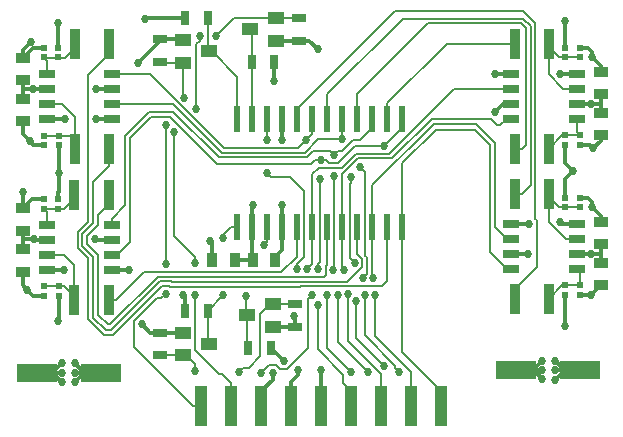
<source format=gbr>
G04 #@! TF.FileFunction,Copper,L1,Top,Signal*
%FSLAX46Y46*%
G04 Gerber Fmt 4.6, Leading zero omitted, Abs format (unit mm)*
G04 Created by KiCad (PCBNEW 4.0.4-stable) date 12/08/16 20:58:41*
%MOMM*%
%LPD*%
G01*
G04 APERTURE LIST*
%ADD10C,0.100000*%
%ADD11R,1.000000X3.500000*%
%ADD12R,3.500000X1.600000*%
%ADD13R,0.900000X2.500000*%
%ADD14R,1.300000X0.700000*%
%ADD15R,0.700000X1.300000*%
%ADD16R,1.400000X1.000000*%
%ADD17R,0.600000X0.550000*%
%ADD18R,0.600000X2.200000*%
%ADD19R,1.300000X0.900000*%
%ADD20R,0.900000X1.300000*%
%ADD21R,1.470000X0.650000*%
%ADD22C,0.690000*%
%ADD23C,0.300000*%
%ADD24C,0.200000*%
G04 APERTURE END LIST*
D10*
D11*
X86840000Y-115000000D03*
X89380000Y-115000000D03*
X91920000Y-115000000D03*
X94460000Y-115000000D03*
X97000000Y-115000000D03*
X99540000Y-115000000D03*
X102080000Y-115000000D03*
X104620000Y-115000000D03*
X107160000Y-115000000D03*
D12*
X113500000Y-112000000D03*
X118900000Y-112000000D03*
X78300000Y-112200000D03*
X72900000Y-112200000D03*
D13*
X78983268Y-106031844D03*
X76083268Y-106031844D03*
X78983268Y-97141844D03*
X76083268Y-97141844D03*
X79010434Y-93275944D03*
X76110434Y-93275944D03*
X79010434Y-84385944D03*
X76110434Y-84385944D03*
X113358000Y-84328000D03*
X116258000Y-84328000D03*
X113358000Y-93218000D03*
X116258000Y-93218000D03*
X113358000Y-97028000D03*
X116258000Y-97028000D03*
X113358000Y-105918000D03*
X116258000Y-105918000D03*
D14*
X95093654Y-84074874D03*
X95093654Y-82174874D03*
D15*
X92995654Y-85918874D03*
X91095654Y-85918874D03*
D14*
X83355647Y-83970559D03*
X83355647Y-85870559D03*
D15*
X85453647Y-82192559D03*
X87353647Y-82192559D03*
D14*
X94723444Y-108278058D03*
X94723444Y-106378058D03*
D15*
X92691444Y-110122058D03*
X90791444Y-110122058D03*
D14*
X83363467Y-108803357D03*
X83363467Y-110703357D03*
D15*
X85461467Y-106959357D03*
X87361467Y-106959357D03*
D16*
X93145654Y-84074874D03*
X93145654Y-82174874D03*
X90945654Y-83124874D03*
X85303647Y-84036559D03*
X85303647Y-85936559D03*
X87503647Y-84986559D03*
X92859444Y-108278058D03*
X92859444Y-106378058D03*
X90659444Y-107328058D03*
X85311467Y-108803357D03*
X85311467Y-110703357D03*
X87511467Y-109753357D03*
D17*
X118900000Y-104800000D03*
X118900000Y-105600000D03*
X118872000Y-98190000D03*
X118872000Y-97390000D03*
X118900000Y-92100000D03*
X118900000Y-92900000D03*
X118872000Y-85490000D03*
X118872000Y-84690000D03*
X117600000Y-105600000D03*
X117600000Y-104800000D03*
X117602000Y-97390000D03*
X117602000Y-98190000D03*
X117600000Y-92900000D03*
X117600000Y-92100000D03*
X117602000Y-84690000D03*
X117602000Y-85490000D03*
X73500000Y-85500000D03*
X73500000Y-84700000D03*
X73496434Y-92113944D03*
X73496434Y-92913944D03*
X73500000Y-98300000D03*
X73500000Y-97500000D03*
X73469268Y-104869844D03*
X73469268Y-105669844D03*
X74700000Y-84700000D03*
X74700000Y-85500000D03*
X74766434Y-92913944D03*
X74766434Y-92113944D03*
X74700000Y-97500000D03*
X74700000Y-98300000D03*
X74739268Y-105669844D03*
X74739268Y-104869844D03*
D18*
X89858000Y-90678000D03*
X89858000Y-99878000D03*
X91128000Y-90678000D03*
X91128000Y-99878000D03*
X92398000Y-90678000D03*
X92398000Y-99878000D03*
X93668000Y-90678000D03*
X93668000Y-99878000D03*
X94938000Y-90678000D03*
X94938000Y-99878000D03*
X96208000Y-90678000D03*
X96208000Y-99878000D03*
X97478000Y-90678000D03*
X97478000Y-99878000D03*
X98748000Y-90678000D03*
X98748000Y-99878000D03*
X100018000Y-90678000D03*
X100018000Y-99878000D03*
X101288000Y-90678000D03*
X101288000Y-99878000D03*
X102558000Y-90678000D03*
X102558000Y-99878000D03*
X103828000Y-90678000D03*
X103828000Y-99878000D03*
D19*
X120650000Y-102886000D03*
X120650000Y-104786000D03*
X120650000Y-101330000D03*
X120650000Y-99430000D03*
X120650000Y-90186000D03*
X120650000Y-92086000D03*
X120650000Y-88630000D03*
X120650000Y-86730000D03*
X71718434Y-87417944D03*
X71718434Y-85517944D03*
X71718434Y-88973944D03*
X71718434Y-90873944D03*
D20*
X89646000Y-102616000D03*
X87746000Y-102616000D03*
X91202000Y-102616000D03*
X93102000Y-102616000D03*
D19*
X71691268Y-100173844D03*
X71691268Y-98273844D03*
X71691268Y-101729844D03*
X71691268Y-103629844D03*
D21*
X113088000Y-99568000D03*
X113088000Y-100838000D03*
X113088000Y-102108000D03*
X113088000Y-103378000D03*
X118618000Y-103378000D03*
X118618000Y-102108000D03*
X118618000Y-100838000D03*
X118618000Y-99568000D03*
X113088000Y-86868000D03*
X113088000Y-88138000D03*
X113088000Y-89408000D03*
X113088000Y-90678000D03*
X118618000Y-90678000D03*
X118618000Y-89408000D03*
X118618000Y-88138000D03*
X118618000Y-86868000D03*
X79280434Y-90735944D03*
X79280434Y-89465944D03*
X79280434Y-88195944D03*
X79280434Y-86925944D03*
X73750434Y-86925944D03*
X73750434Y-88195944D03*
X73750434Y-89465944D03*
X73750434Y-90735944D03*
X79253268Y-103491844D03*
X79253268Y-102221844D03*
X79253268Y-100951844D03*
X79253268Y-99681844D03*
X73723268Y-99681844D03*
X73723268Y-100951844D03*
X73723268Y-102221844D03*
X73723268Y-103491844D03*
D22*
X76100000Y-112200000D03*
X76100000Y-113000000D03*
X76100000Y-111400000D03*
X93800000Y-111200000D03*
X85300000Y-105600000D03*
X91200000Y-98000000D03*
X93000000Y-87500000D03*
X82100000Y-82200000D03*
X77900000Y-90700000D03*
X74700000Y-82600000D03*
X74766434Y-95300000D03*
X74700000Y-107800000D03*
X72600000Y-88195944D03*
X75300000Y-90700000D03*
X80691844Y-103491844D03*
X75200000Y-103500000D03*
X72636424Y-100900000D03*
X97000000Y-112000000D03*
X115700000Y-112000000D03*
X115700000Y-112700000D03*
X115700000Y-111200000D03*
X111700000Y-86900000D03*
X117200000Y-86900000D03*
X117600000Y-82400000D03*
X119800000Y-89408000D03*
X118300000Y-95100000D03*
X114600000Y-99600000D03*
X117200000Y-99400000D03*
X119800000Y-102108000D03*
X117600000Y-108200000D03*
X94700000Y-107400000D03*
X81800000Y-108100000D03*
X96700000Y-84800000D03*
X81500000Y-86000000D03*
X92900000Y-112200000D03*
X88700000Y-105600000D03*
X88700000Y-100800000D03*
X90600000Y-105700000D03*
X92100000Y-101400000D03*
X116800000Y-112800000D03*
X116800000Y-111200000D03*
X116800000Y-112000000D03*
X75000000Y-113000000D03*
X75000000Y-111400000D03*
X75000000Y-112200000D03*
X111700000Y-90100000D03*
X119900000Y-85500000D03*
X120000000Y-93200000D03*
X114500000Y-102100000D03*
X119900000Y-98200000D03*
X119836000Y-105600000D03*
X87600000Y-101000000D03*
X93700000Y-98000000D03*
X93700000Y-92500000D03*
X77900000Y-88200000D03*
X72400000Y-84200000D03*
X72300000Y-92600000D03*
X71700000Y-96900000D03*
X72100000Y-105200000D03*
X77800000Y-100900000D03*
X95000000Y-112000000D03*
X83800000Y-91200000D03*
X83800000Y-103000000D03*
X83800000Y-105500000D03*
X85388941Y-88911059D03*
X88100000Y-83700000D03*
X86700000Y-83700000D03*
X86400000Y-89900000D03*
X84500000Y-91800000D03*
X86311468Y-102911468D03*
X86311468Y-105600000D03*
X96668361Y-106456809D03*
X95816130Y-103385256D03*
X99265969Y-105546923D03*
X98884213Y-103495954D03*
X101567913Y-105582652D03*
X101389950Y-104210472D03*
X99955864Y-106109210D03*
X102300000Y-111600000D03*
X99800000Y-102900000D03*
X99500000Y-95600000D03*
X95686000Y-92500000D03*
X100677923Y-105588873D03*
X98770332Y-92414373D03*
X100300000Y-94800000D03*
X100500000Y-104200000D03*
X103600000Y-112100000D03*
X98379952Y-105631158D03*
X97994216Y-103501216D03*
X98066414Y-93778596D03*
X98100000Y-95500000D03*
X100900000Y-112100000D03*
X97490012Y-105619856D03*
X96704205Y-103443935D03*
X99500000Y-112100000D03*
X96900000Y-95800000D03*
X96938795Y-94189290D03*
X102306000Y-93000000D03*
X91915679Y-112199509D03*
X96200000Y-105600000D03*
X94900000Y-103400000D03*
X92400000Y-95300000D03*
X92400000Y-92500000D03*
X90000000Y-112100000D03*
X86256091Y-112043909D03*
D23*
X78300000Y-112200000D02*
X76100000Y-112200000D01*
X76900000Y-112200000D02*
X76100000Y-113000000D01*
X78300000Y-112200000D02*
X76900000Y-112200000D01*
X76900000Y-112200000D02*
X76100000Y-111400000D01*
X92691444Y-110122058D02*
X92722058Y-110122058D01*
X92722058Y-110122058D02*
X93800000Y-111200000D01*
X85461467Y-106959357D02*
X85461467Y-105761467D01*
X85461467Y-105761467D02*
X85300000Y-105600000D01*
X91128000Y-99878000D02*
X91128000Y-102542000D01*
X91128000Y-102542000D02*
X91202000Y-102616000D01*
X89646000Y-102616000D02*
X91202000Y-102616000D01*
X91128000Y-99878000D02*
X91128000Y-98072000D01*
X91128000Y-98072000D02*
X91200000Y-98000000D01*
X92995654Y-85918874D02*
X92995654Y-87495654D01*
X92995654Y-87495654D02*
X93000000Y-87500000D01*
X85453647Y-82192559D02*
X82107441Y-82192559D01*
X82107441Y-82192559D02*
X82100000Y-82200000D01*
X79280434Y-90735944D02*
X77935944Y-90735944D01*
X77935944Y-90735944D02*
X77900000Y-90700000D01*
X74700000Y-84700000D02*
X74700000Y-82600000D01*
X74766434Y-95300000D02*
X74766434Y-93933566D01*
X74766434Y-96858566D02*
X74766434Y-95300000D01*
X74700000Y-97500000D02*
X74700000Y-96925000D01*
X74700000Y-96925000D02*
X74766434Y-96858566D01*
X74739268Y-105669844D02*
X74739268Y-107760732D01*
X74739268Y-107760732D02*
X74700000Y-107800000D01*
X74766434Y-92913944D02*
X74766434Y-93933566D01*
X72600000Y-88195944D02*
X71722490Y-88195944D01*
X73750434Y-88195944D02*
X72600000Y-88195944D01*
X71718434Y-87417944D02*
X71718434Y-88200000D01*
X71718434Y-88200000D02*
X71718434Y-88973944D01*
X71722490Y-88195944D02*
X71718434Y-88200000D01*
X73750434Y-90735944D02*
X75264056Y-90735944D01*
X75264056Y-90735944D02*
X75300000Y-90700000D01*
X79253268Y-103491844D02*
X80691844Y-103491844D01*
X73723268Y-103491844D02*
X75191844Y-103491844D01*
X75191844Y-103491844D02*
X75200000Y-103500000D01*
X73723268Y-100951844D02*
X72688268Y-100951844D01*
X72688268Y-100951844D02*
X72636424Y-100900000D01*
X71691268Y-100173844D02*
X71691268Y-100900000D01*
X72636424Y-100900000D02*
X71691268Y-100900000D01*
X71691268Y-100900000D02*
X71691268Y-101729844D01*
X97000000Y-115000000D02*
X97000000Y-112000000D01*
X113500000Y-112000000D02*
X115700000Y-112000000D01*
X113500000Y-112000000D02*
X115000000Y-112000000D01*
X115000000Y-112000000D02*
X115700000Y-112700000D01*
X113500000Y-112000000D02*
X114900000Y-112000000D01*
X114900000Y-112000000D02*
X115700000Y-111200000D01*
X113088000Y-86868000D02*
X111732000Y-86868000D01*
X111732000Y-86868000D02*
X111700000Y-86900000D01*
X118618000Y-86868000D02*
X117232000Y-86868000D01*
X117232000Y-86868000D02*
X117200000Y-86900000D01*
X117602000Y-84690000D02*
X117602000Y-82402000D01*
X117602000Y-82402000D02*
X117600000Y-82400000D01*
X118618000Y-89408000D02*
X119800000Y-89408000D01*
X120650000Y-89400000D02*
X119808000Y-89400000D01*
X119808000Y-89400000D02*
X119800000Y-89408000D01*
X120650000Y-90186000D02*
X120650000Y-89400000D01*
X120650000Y-89400000D02*
X120650000Y-88630000D01*
X117602000Y-97390000D02*
X117602000Y-95798000D01*
X117602000Y-95798000D02*
X118300000Y-95100000D01*
X117600000Y-92900000D02*
X117600000Y-94400000D01*
X117600000Y-94400000D02*
X118300000Y-95100000D01*
X113088000Y-99568000D02*
X114568000Y-99568000D01*
X114568000Y-99568000D02*
X114600000Y-99600000D01*
X118618000Y-99568000D02*
X117368000Y-99568000D01*
X117368000Y-99568000D02*
X117200000Y-99400000D01*
X118618000Y-102108000D02*
X119800000Y-102108000D01*
X119808000Y-102100000D02*
X119800000Y-102108000D01*
X120650000Y-102100000D02*
X119808000Y-102100000D01*
X120650000Y-101330000D02*
X120650000Y-102100000D01*
X120650000Y-102100000D02*
X120650000Y-102886000D01*
X117600000Y-105600000D02*
X117600000Y-108200000D01*
X94723444Y-108278058D02*
X94723444Y-107423444D01*
X94723444Y-107423444D02*
X94700000Y-107400000D01*
X83363467Y-108803357D02*
X82503357Y-108803357D01*
X82503357Y-108803357D02*
X81800000Y-108100000D01*
X92859444Y-108278058D02*
X94723444Y-108278058D01*
X83363467Y-108803357D02*
X85311467Y-108803357D01*
X95093654Y-84074874D02*
X95974874Y-84074874D01*
X95974874Y-84074874D02*
X96700000Y-84800000D01*
X93145654Y-84074874D02*
X95093654Y-84074874D01*
X83355647Y-83970559D02*
X83355647Y-84144353D01*
X83355647Y-84144353D02*
X81500000Y-86000000D01*
X83355647Y-83970559D02*
X85237647Y-83970559D01*
X85237647Y-83970559D02*
X85303647Y-84036559D01*
X91920000Y-115000000D02*
X91920000Y-113750000D01*
X92900000Y-112770000D02*
X92900000Y-112200000D01*
X91920000Y-113750000D02*
X92900000Y-112770000D01*
D24*
X75221844Y-102221844D02*
X76083268Y-103083268D01*
X76083268Y-103083268D02*
X76083268Y-106031844D01*
X73723268Y-102221844D02*
X75221844Y-102221844D01*
X74739268Y-104869844D02*
X75239268Y-104869844D01*
X75239268Y-104869844D02*
X76083268Y-105713844D01*
X76083268Y-105713844D02*
X76083268Y-106031844D01*
X73469268Y-104869844D02*
X74739268Y-104869844D01*
X74739268Y-98303844D02*
X75239268Y-98303844D01*
X75239268Y-98303844D02*
X76083268Y-97459844D01*
X76083268Y-97459844D02*
X76083268Y-97141844D01*
X73469268Y-98303844D02*
X74739268Y-98303844D01*
X73723268Y-99681844D02*
X73723268Y-98557844D01*
X73723268Y-98557844D02*
X73469268Y-98303844D01*
X76110434Y-91825944D02*
X76110434Y-93275944D01*
X76110434Y-90555830D02*
X76110434Y-91825944D01*
X75020548Y-89465944D02*
X76110434Y-90555830D01*
X73750434Y-89465944D02*
X75020548Y-89465944D01*
X74766434Y-92113944D02*
X73496434Y-92113944D01*
X76110434Y-93275944D02*
X76110434Y-92475944D01*
X76110434Y-92475944D02*
X75748434Y-92113944D01*
X75748434Y-92113944D02*
X75266434Y-92113944D01*
X75266434Y-92113944D02*
X74766434Y-92113944D01*
X74766434Y-85547944D02*
X75266434Y-85547944D01*
X75266434Y-85547944D02*
X76110434Y-84703944D01*
X76110434Y-84703944D02*
X76110434Y-84385944D01*
X73496434Y-85547944D02*
X74766434Y-85547944D01*
X73750434Y-86925944D02*
X73750434Y-85801944D01*
X73750434Y-85801944D02*
X73496434Y-85547944D01*
X116258000Y-85778000D02*
X116258000Y-84328000D01*
X117483396Y-88138000D02*
X116258000Y-86912604D01*
X116258000Y-86912604D02*
X116258000Y-85778000D01*
X118618000Y-88138000D02*
X117483396Y-88138000D01*
X117602000Y-85490000D02*
X117102000Y-85490000D01*
X117102000Y-85490000D02*
X116258000Y-84646000D01*
X116258000Y-84646000D02*
X116258000Y-84328000D01*
X118872000Y-85490000D02*
X117602000Y-85490000D01*
X117600000Y-92100000D02*
X117376000Y-92100000D01*
X117376000Y-92100000D02*
X116258000Y-93218000D01*
X118900000Y-92100000D02*
X117600000Y-92100000D01*
X118618000Y-90678000D02*
X118618000Y-91818000D01*
X118618000Y-91818000D02*
X118900000Y-92100000D01*
X118618000Y-100838000D02*
X117683000Y-100838000D01*
X117683000Y-100838000D02*
X116258000Y-99413000D01*
X116258000Y-99413000D02*
X116258000Y-98478000D01*
X116258000Y-98478000D02*
X116258000Y-97028000D01*
X117602000Y-98190000D02*
X117102000Y-98190000D01*
X117102000Y-98190000D02*
X116258000Y-97346000D01*
X116258000Y-97346000D02*
X116258000Y-97028000D01*
X118872000Y-98190000D02*
X117602000Y-98190000D01*
X117600000Y-104800000D02*
X117376000Y-104800000D01*
X117376000Y-104800000D02*
X116258000Y-105918000D01*
X118900000Y-104800000D02*
X117600000Y-104800000D01*
X118900000Y-104800000D02*
X118900000Y-103660000D01*
X118900000Y-103660000D02*
X118618000Y-103378000D01*
X87361467Y-106959357D02*
X87361467Y-109603357D01*
X87361467Y-109603357D02*
X87511467Y-109753357D01*
X88700000Y-105600000D02*
X88700000Y-105620824D01*
X88700000Y-105620824D02*
X87361467Y-106959357D01*
X88700000Y-100536000D02*
X88700000Y-100800000D01*
X89858000Y-99878000D02*
X89358000Y-99878000D01*
X89358000Y-99878000D02*
X88700000Y-100536000D01*
X90659444Y-107328058D02*
X90659444Y-109990058D01*
X90659444Y-109990058D02*
X90791444Y-110122058D01*
X90600000Y-105700000D02*
X90600000Y-107268614D01*
X90600000Y-107268614D02*
X90659444Y-107328058D01*
X92398000Y-99878000D02*
X92398000Y-101102000D01*
X92398000Y-101102000D02*
X92100000Y-101400000D01*
X87353647Y-82192559D02*
X87353647Y-84836559D01*
X87353647Y-84836559D02*
X87503647Y-84986559D01*
X89858000Y-90678000D02*
X89858000Y-87140912D01*
X89858000Y-87140912D02*
X87703647Y-84986559D01*
X87703647Y-84986559D02*
X87503647Y-84986559D01*
X91095654Y-85918874D02*
X91095654Y-83274874D01*
X91095654Y-83274874D02*
X90945654Y-83124874D01*
X91128000Y-90678000D02*
X91128000Y-85951220D01*
X91128000Y-85951220D02*
X91095654Y-85918874D01*
X82010147Y-103654965D02*
X79633268Y-106031844D01*
X84651671Y-103699967D02*
X84606669Y-103654965D01*
X93600033Y-103699967D02*
X84651671Y-103699967D01*
X84606669Y-103654965D02*
X82010147Y-103654965D01*
X94938000Y-99878000D02*
X94938000Y-102362000D01*
X94938000Y-102362000D02*
X93600033Y-103699967D01*
X79633268Y-106031844D02*
X78983268Y-106031844D01*
X78100011Y-107300011D02*
X78100011Y-102254615D01*
X78900000Y-108100000D02*
X78100011Y-107300011D01*
X77154998Y-100590398D02*
X78100011Y-99645385D01*
X78100011Y-102254615D02*
X77154998Y-101309602D01*
X97349215Y-103191615D02*
X97349215Y-103950785D01*
X97211055Y-104088945D02*
X94823581Y-104088945D01*
X84485982Y-104099978D02*
X84440980Y-104054976D01*
X97478000Y-99878000D02*
X97478000Y-103062830D01*
X78100011Y-98825101D02*
X78983268Y-97941844D01*
X83159020Y-104054976D02*
X79113996Y-108100000D01*
X97478000Y-103062830D02*
X97349215Y-103191615D01*
X79113996Y-108100000D02*
X78900000Y-108100000D01*
X78983268Y-97941844D02*
X78983268Y-97141844D01*
X94823581Y-104088945D02*
X94812548Y-104099978D01*
X97349215Y-103950785D02*
X97211055Y-104088945D01*
X77154998Y-101309602D02*
X77154998Y-100590398D01*
X94812548Y-104099978D02*
X84485982Y-104099978D01*
X78100011Y-99645385D02*
X78100011Y-98825101D01*
X84440980Y-104054976D02*
X83159020Y-104054976D01*
X78745722Y-108600000D02*
X77700000Y-107554278D01*
X100018000Y-102163396D02*
X100445002Y-102590398D01*
X83324709Y-104454987D02*
X79179696Y-108600000D01*
X94978237Y-104499989D02*
X84320293Y-104499989D01*
X94989270Y-104488956D02*
X94978237Y-104499989D01*
X77700000Y-99479696D02*
X77700000Y-96036378D01*
X79179696Y-108600000D02*
X78745722Y-108600000D01*
X100018000Y-99878000D02*
X100018000Y-102163396D01*
X99156442Y-104488956D02*
X94989270Y-104488956D01*
X84320293Y-104499989D02*
X84275291Y-104454987D01*
X84275291Y-104454987D02*
X83324709Y-104454987D01*
X76754987Y-100424709D02*
X77700000Y-99479696D01*
X77700000Y-96036378D02*
X79010434Y-94725944D01*
X100445002Y-102590398D02*
X100445002Y-103200396D01*
X100445002Y-103200396D02*
X99156442Y-104488956D01*
X77700000Y-102420304D02*
X76754987Y-101475291D01*
X76754987Y-101475291D02*
X76754987Y-100424709D01*
X79010434Y-94725944D02*
X79010434Y-93275944D01*
X77700000Y-107554278D02*
X77700000Y-102420304D01*
X95143926Y-104900000D02*
X84154604Y-104900000D01*
X95154959Y-104888967D02*
X95143926Y-104900000D01*
X77200000Y-102486004D02*
X76354976Y-101640980D01*
X102558000Y-104442000D02*
X102111033Y-104888967D01*
X77200000Y-99413996D02*
X77200000Y-86996378D01*
X78580033Y-109000011D02*
X77200000Y-107619978D01*
X83490398Y-104854998D02*
X79345385Y-109000011D01*
X77200000Y-107619978D02*
X77200000Y-102486004D01*
X79010434Y-85185944D02*
X79010434Y-84385944D01*
X84154604Y-104900000D02*
X84109602Y-104854998D01*
X102111033Y-104888967D02*
X95154959Y-104888967D01*
X102558000Y-99878000D02*
X102558000Y-104442000D01*
X79345385Y-109000011D02*
X78580033Y-109000011D01*
X76354976Y-101640980D02*
X76354976Y-100259020D01*
X76354976Y-100259020D02*
X77200000Y-99413996D01*
X84109602Y-104854998D02*
X83490398Y-104854998D01*
X77200000Y-86996378D02*
X79010434Y-85185944D01*
X102558000Y-90678000D02*
X102558000Y-89378000D01*
X102558000Y-89378000D02*
X107608000Y-84328000D01*
X107608000Y-84328000D02*
X113358000Y-84328000D01*
X106000000Y-82600000D02*
X100018000Y-88582000D01*
X100018000Y-88582000D02*
X100018000Y-90678000D01*
X113870002Y-82600000D02*
X106000000Y-82600000D01*
X114300000Y-92926000D02*
X114300000Y-83029998D01*
X114300000Y-83029998D02*
X113870002Y-82600000D01*
X113358000Y-93218000D02*
X114008000Y-93218000D01*
X114008000Y-93218000D02*
X114300000Y-92926000D01*
X103900000Y-82200000D02*
X97478000Y-88622000D01*
X97478000Y-88622000D02*
X97478000Y-90678000D01*
X114100000Y-82200000D02*
X103900000Y-82200000D01*
X114700000Y-82800000D02*
X114100000Y-82200000D01*
X114700000Y-96336000D02*
X114700000Y-82800000D01*
X113358000Y-97028000D02*
X114008000Y-97028000D01*
X114008000Y-97028000D02*
X114700000Y-96336000D01*
X94938000Y-89878000D02*
X94938000Y-90678000D01*
X114100000Y-81600000D02*
X103216000Y-81600000D01*
X115100000Y-82600000D02*
X114100000Y-81600000D01*
X115245002Y-103230998D02*
X115245002Y-99290398D01*
X115100000Y-99145396D02*
X115100000Y-82600000D01*
X115245002Y-99290398D02*
X115100000Y-99145396D01*
X113358000Y-105118000D02*
X115245002Y-103230998D01*
X113358000Y-105918000D02*
X113358000Y-105118000D01*
X103216000Y-81600000D02*
X94938000Y-89878000D01*
D23*
X117600000Y-112000000D02*
X116800000Y-112800000D01*
X118900000Y-112000000D02*
X117600000Y-112000000D01*
X117600000Y-112000000D02*
X116800000Y-111200000D01*
X118900000Y-112000000D02*
X116800000Y-112000000D01*
X74200000Y-112200000D02*
X75000000Y-113000000D01*
X72900000Y-112200000D02*
X74200000Y-112200000D01*
X74200000Y-112200000D02*
X75000000Y-111400000D01*
X72900000Y-112200000D02*
X75000000Y-112200000D01*
X112392000Y-89408000D02*
X111700000Y-90100000D01*
X113088000Y-89408000D02*
X112392000Y-89408000D01*
X118872000Y-84690000D02*
X119577903Y-84690000D01*
X119577903Y-84690000D02*
X119900000Y-85012097D01*
X119900000Y-85012097D02*
X119900000Y-85500000D01*
X120650000Y-86730000D02*
X120650000Y-86250000D01*
X120650000Y-86250000D02*
X119900000Y-85500000D01*
X119000000Y-92900000D02*
X119500000Y-92900000D01*
X119500000Y-92900000D02*
X119700000Y-92900000D01*
X118900000Y-92900000D02*
X119500000Y-92900000D01*
X119700000Y-92900000D02*
X120000000Y-93200000D01*
X120650000Y-92086000D02*
X120650000Y-92550000D01*
X120650000Y-92550000D02*
X120000000Y-93200000D01*
X113088000Y-102108000D02*
X114492000Y-102108000D01*
X114492000Y-102108000D02*
X114500000Y-102100000D01*
X118872000Y-97390000D02*
X119577903Y-97390000D01*
X119577903Y-97390000D02*
X119900000Y-97712097D01*
X119900000Y-97712097D02*
X119900000Y-98200000D01*
X120650000Y-99430000D02*
X120650000Y-98950000D01*
X120650000Y-98950000D02*
X119900000Y-98200000D01*
X120650000Y-104786000D02*
X119836000Y-105600000D01*
X119836000Y-105600000D02*
X118900000Y-105600000D01*
X87746000Y-102616000D02*
X87746000Y-101146000D01*
X87746000Y-101146000D02*
X87600000Y-101000000D01*
X93102000Y-102398000D02*
X93668000Y-101832000D01*
X93668000Y-101832000D02*
X93668000Y-99878000D01*
X93102000Y-102616000D02*
X93102000Y-102398000D01*
X93668000Y-99878000D02*
X93668000Y-98032000D01*
X93668000Y-98032000D02*
X93700000Y-98000000D01*
X93668000Y-90678000D02*
X93668000Y-92468000D01*
X93668000Y-92468000D02*
X93700000Y-92500000D01*
X79280434Y-88195944D02*
X77904056Y-88195944D01*
X77904056Y-88195944D02*
X77900000Y-88200000D01*
X73500000Y-84700000D02*
X72536378Y-84700000D01*
X72536378Y-84700000D02*
X71718434Y-85517944D01*
X73500000Y-97500000D02*
X72465112Y-97500000D01*
X72465112Y-97500000D02*
X71691268Y-98273844D01*
X71718434Y-85517944D02*
X71718434Y-84881566D01*
X71718434Y-84881566D02*
X72400000Y-84200000D01*
X73496434Y-92913944D02*
X72613944Y-92913944D01*
X72613944Y-92913944D02*
X72300000Y-92600000D01*
X71718434Y-90873944D02*
X71718434Y-92018434D01*
X71718434Y-92018434D02*
X72300000Y-92600000D01*
X71700000Y-97515112D02*
X71700000Y-96900000D01*
X71691268Y-98273844D02*
X71691268Y-97523844D01*
X71691268Y-97523844D02*
X71700000Y-97515112D01*
X73469268Y-105669844D02*
X72569844Y-105669844D01*
X72569844Y-105669844D02*
X72100000Y-105200000D01*
X71691268Y-104791268D02*
X72100000Y-105200000D01*
X71691268Y-103629844D02*
X71691268Y-104791268D01*
X79253268Y-100951844D02*
X77851844Y-100951844D01*
X77851844Y-100951844D02*
X77800000Y-100900000D01*
X95000000Y-112410000D02*
X95000000Y-112000000D01*
X94460000Y-115000000D02*
X94460000Y-112950000D01*
X94460000Y-112950000D02*
X95000000Y-112410000D01*
D24*
X83455001Y-105844999D02*
X83800000Y-105500000D01*
X83100397Y-105844999D02*
X83455001Y-105844999D01*
X81154998Y-110014998D02*
X81154998Y-107790398D01*
X86140000Y-115000000D02*
X81154998Y-110014998D01*
X86840000Y-115000000D02*
X86140000Y-115000000D01*
X81154998Y-107790398D02*
X83100397Y-105844999D01*
X83800000Y-103000000D02*
X83800000Y-91200000D01*
X85303647Y-88825765D02*
X85388941Y-88911059D01*
X85303647Y-85936559D02*
X85303647Y-88825765D01*
X85303647Y-85936559D02*
X83421647Y-85936559D01*
X83421647Y-85936559D02*
X83355647Y-85870559D01*
X88100000Y-83700000D02*
X89625126Y-82174874D01*
X89625126Y-82174874D02*
X93145654Y-82174874D01*
X86700000Y-84100000D02*
X86700000Y-83700000D01*
X86400000Y-89900000D02*
X86400000Y-84400000D01*
X86400000Y-84400000D02*
X86700000Y-84100000D01*
X84500000Y-100612097D02*
X84500000Y-91800000D01*
X86311468Y-102911468D02*
X86311468Y-102423565D01*
X86311468Y-102423565D02*
X84500000Y-100612097D01*
X86311468Y-110293360D02*
X86311468Y-105600000D01*
X88600000Y-112270000D02*
X88288108Y-112270000D01*
X88288108Y-112270000D02*
X86311468Y-110293360D01*
X93145654Y-82174874D02*
X95093654Y-82174874D01*
X92770780Y-81800000D02*
X93145654Y-82174874D01*
X89380000Y-115000000D02*
X89380000Y-113050000D01*
X89380000Y-113050000D02*
X88600000Y-112270000D01*
X99540000Y-113750000D02*
X98840000Y-113050000D01*
X96208000Y-99878000D02*
X96208000Y-102993386D01*
X99540000Y-115000000D02*
X99540000Y-113750000D01*
X96208000Y-102993386D02*
X95816130Y-103385256D01*
X96668361Y-110178361D02*
X96668361Y-106456809D01*
X98840000Y-113050000D02*
X98840000Y-112350000D01*
X98840000Y-112350000D02*
X96668361Y-110178361D01*
X96208000Y-98578000D02*
X96208000Y-99878000D01*
X102726699Y-93645001D02*
X99934695Y-93645001D01*
X98745396Y-94834300D02*
X96765700Y-94834300D01*
X108233700Y-88138000D02*
X102726699Y-93645001D01*
X96200000Y-95400000D02*
X96200000Y-98570000D01*
X113088000Y-88138000D02*
X108233700Y-88138000D01*
X99934695Y-93645001D02*
X98745396Y-94834300D01*
X96765700Y-94834300D02*
X96200000Y-95400000D01*
X96200000Y-98570000D02*
X96208000Y-98578000D01*
X96208000Y-99878000D02*
X96208000Y-99078000D01*
X98748000Y-98578000D02*
X98748000Y-99878000D01*
X98748000Y-95397396D02*
X98748000Y-98578000D01*
X100100384Y-94045012D02*
X98748000Y-95397396D01*
X102954988Y-94045012D02*
X100100384Y-94045012D01*
X106322000Y-90678000D02*
X102954988Y-94045012D01*
X111848396Y-91203000D02*
X111323396Y-90678000D01*
X112678000Y-90678000D02*
X112153000Y-91203000D01*
X112153000Y-91203000D02*
X111848396Y-91203000D01*
X113088000Y-90678000D02*
X112678000Y-90678000D01*
X111323396Y-90678000D02*
X106322000Y-90678000D01*
X102080000Y-112325398D02*
X99265969Y-109511367D01*
X99265969Y-109511367D02*
X99265969Y-105546923D01*
X102080000Y-115000000D02*
X102080000Y-112325398D01*
X98748000Y-103359741D02*
X98884213Y-103495954D01*
X98748000Y-99878000D02*
X98748000Y-103359741D01*
X104620000Y-115000000D02*
X104620000Y-112165398D01*
X101567913Y-109113311D02*
X101567913Y-105582652D01*
X104620000Y-112165398D02*
X101567913Y-109113311D01*
X101288000Y-99878000D02*
X101288000Y-104108522D01*
X101288000Y-104108522D02*
X101389950Y-104210472D01*
X101288000Y-96312000D02*
X101288000Y-99878000D01*
X113088000Y-100838000D02*
X112678000Y-100838000D01*
X111700000Y-99860000D02*
X111700000Y-92700000D01*
X106500000Y-91100000D02*
X101288000Y-96312000D01*
X110100000Y-91100000D02*
X106500000Y-91100000D01*
X111700000Y-92700000D02*
X110100000Y-91100000D01*
X112678000Y-100838000D02*
X111700000Y-99860000D01*
X103828000Y-110418000D02*
X103828000Y-99878000D01*
X107160000Y-113750000D02*
X103828000Y-110418000D01*
X107160000Y-115000000D02*
X107160000Y-113750000D01*
X106700000Y-91600000D02*
X103828000Y-94472000D01*
X103828000Y-94472000D02*
X103828000Y-99878000D01*
X110000000Y-91600000D02*
X106700000Y-91600000D01*
X111300000Y-92900000D02*
X110000000Y-91600000D01*
X111300000Y-102000000D02*
X111300000Y-92900000D01*
X113088000Y-103378000D02*
X112678000Y-103378000D01*
X112678000Y-103378000D02*
X111300000Y-102000000D01*
X102300000Y-111600000D02*
X99955864Y-109255864D01*
X99955864Y-109255864D02*
X99955864Y-106109210D01*
X99417999Y-96169904D02*
X99417999Y-102517999D01*
X99500000Y-95600000D02*
X99500000Y-96087903D01*
X99500000Y-96087903D02*
X99417999Y-96169904D01*
X99417999Y-102517999D02*
X99800000Y-102900000D01*
X95040637Y-93145363D02*
X88711063Y-93145363D01*
X82491644Y-86925944D02*
X79280434Y-86925944D01*
X88711063Y-93145363D02*
X82491644Y-86925944D01*
X95686000Y-92500000D02*
X95040637Y-93145363D01*
X96208000Y-91978000D02*
X95686000Y-92500000D01*
X96208000Y-90678000D02*
X96208000Y-91978000D01*
X103255001Y-111755001D02*
X103255001Y-111600397D01*
X100677923Y-109023319D02*
X100677923Y-105588873D01*
X103255001Y-111600397D02*
X100677923Y-109023319D01*
X103600000Y-112100000D02*
X103255001Y-111755001D01*
X100687999Y-95187999D02*
X100300000Y-94800000D01*
X100687999Y-102267695D02*
X100687999Y-95187999D01*
X100845013Y-103854987D02*
X100845013Y-102424709D01*
X100500000Y-104200000D02*
X100845013Y-103854987D01*
X100845013Y-102424709D02*
X100687999Y-102267695D01*
X88545374Y-93545374D02*
X95579718Y-93545374D01*
X98748000Y-92392041D02*
X98770332Y-92414373D01*
X84465944Y-89465944D02*
X88545374Y-93545374D01*
X96710719Y-92414373D02*
X98770332Y-92414373D01*
X79280434Y-89465944D02*
X84465944Y-89465944D01*
X98748000Y-90678000D02*
X98748000Y-92392041D01*
X95579718Y-93545374D02*
X96710719Y-92414373D01*
X98748000Y-90678000D02*
X98748000Y-91478000D01*
X98800000Y-90626000D02*
X98748000Y-90678000D01*
X98379952Y-109579952D02*
X98379952Y-105631158D01*
X100900000Y-112100000D02*
X98379952Y-109579952D01*
X98100000Y-103395432D02*
X97994216Y-103501216D01*
X98100000Y-95500000D02*
X98100000Y-103395432D01*
X101288000Y-91478000D02*
X100266000Y-92500000D01*
X82434311Y-90099989D02*
X84465689Y-90099989D01*
X100266000Y-92500000D02*
X99654602Y-92500000D01*
X97721415Y-93433597D02*
X98066414Y-93778596D01*
X79253268Y-99681844D02*
X79253268Y-99156844D01*
X80399989Y-92134311D02*
X82434311Y-90099989D01*
X101288000Y-90678000D02*
X101288000Y-91478000D01*
X95745407Y-93945385D02*
X96257195Y-93433597D01*
X80399989Y-98010123D02*
X80399989Y-92134311D01*
X79253268Y-99156844D02*
X80399989Y-98010123D01*
X84465689Y-90099989D02*
X88311085Y-93945385D01*
X88311085Y-93945385D02*
X95745407Y-93945385D01*
X98411413Y-93433597D02*
X98066414Y-93778596D01*
X98721005Y-93433597D02*
X98411413Y-93433597D01*
X96257195Y-93433597D02*
X97721415Y-93433597D01*
X99654602Y-92500000D02*
X98721005Y-93433597D01*
X96877999Y-102782238D02*
X96704205Y-102956032D01*
X96900000Y-95800000D02*
X96900000Y-96287903D01*
X96877999Y-96309904D02*
X96877999Y-102782238D01*
X96704205Y-102956032D02*
X96704205Y-103443935D01*
X96900000Y-96287903D02*
X96877999Y-96309904D01*
X97490012Y-110090012D02*
X97490012Y-105619856D01*
X99500000Y-112100000D02*
X97490012Y-110090012D01*
X98376015Y-94423597D02*
X97661005Y-94423597D01*
X99799612Y-93000000D02*
X98376015Y-94423597D01*
X102306000Y-93000000D02*
X99799612Y-93000000D01*
X97426698Y-94189290D02*
X96938795Y-94189290D01*
X97661005Y-94423597D02*
X97426698Y-94189290D01*
X96105893Y-94534289D02*
X96450892Y-94189290D01*
X84154604Y-90500000D02*
X88188893Y-94534289D01*
X80800000Y-101085112D02*
X80800000Y-92300000D01*
X88188893Y-94534289D02*
X96105893Y-94534289D01*
X80800000Y-92300000D02*
X82600000Y-90500000D01*
X82600000Y-90500000D02*
X84154604Y-90500000D01*
X96450892Y-94189290D02*
X96938795Y-94189290D01*
X79253268Y-102221844D02*
X79663268Y-102221844D01*
X79663268Y-102221844D02*
X80800000Y-101085112D01*
X103828000Y-90678000D02*
X103828000Y-91478000D01*
X103828000Y-91478000D02*
X102306000Y-93000000D01*
X92570186Y-111545002D02*
X92260678Y-111854510D01*
X93190398Y-111545002D02*
X92570186Y-111545002D01*
X93490398Y-111845002D02*
X93190398Y-111545002D01*
X94109602Y-111845002D02*
X93490398Y-111845002D01*
X95855001Y-110099603D02*
X94109602Y-111845002D01*
X96200000Y-105600000D02*
X95855001Y-105944999D01*
X92260678Y-111854510D02*
X91915679Y-112199509D01*
X95855001Y-105944999D02*
X95855001Y-110099603D01*
X95538001Y-102361999D02*
X94900000Y-103000000D01*
X94900000Y-103000000D02*
X94900000Y-103400000D01*
X94344999Y-95644999D02*
X95538001Y-96838001D01*
X95538001Y-96838001D02*
X95538001Y-102361999D01*
X92400000Y-95300000D02*
X92744999Y-95644999D01*
X92744999Y-95644999D02*
X94344999Y-95644999D01*
X92400000Y-91980000D02*
X92400000Y-92500000D01*
X92398000Y-90678000D02*
X92398000Y-91978000D01*
X92398000Y-91978000D02*
X92400000Y-91980000D01*
X92859444Y-106378058D02*
X94723444Y-106378058D01*
X91800000Y-110800000D02*
X91800000Y-107237502D01*
X91800000Y-107237502D02*
X92659444Y-106378058D01*
X92659444Y-106378058D02*
X92859444Y-106378058D01*
X90844999Y-111755001D02*
X91800000Y-110800000D01*
X90000000Y-112100000D02*
X90344999Y-111755001D01*
X90344999Y-111755001D02*
X90844999Y-111755001D01*
X86256091Y-111447981D02*
X86256091Y-112043909D01*
X85311467Y-110703357D02*
X85511467Y-110703357D01*
X85511467Y-110703357D02*
X86256091Y-111447981D01*
X85311467Y-110703357D02*
X83363467Y-110703357D01*
M02*

</source>
